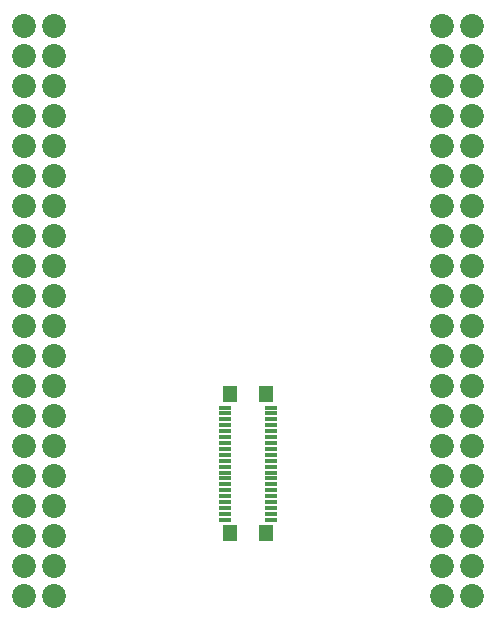
<source format=gbs>
%FSLAX25Y25*%
%MOIN*%
G70*
G01*
G75*
G04 Layer_Color=16711935*
%ADD10C,0.02362*%
%ADD11C,0.01000*%
%ADD12C,0.00787*%
%ADD13C,0.00039*%
%ADD14C,0.07874*%
%ADD15C,0.02165*%
%ADD16R,0.03937X0.01378*%
%ADD17R,0.04724X0.05315*%
%ADD18R,0.08900X0.03500*%
%ADD19C,0.00591*%
%ADD20C,0.01181*%
%ADD21C,0.00394*%
%ADD22C,0.07953*%
%ADD23R,0.04252X0.01693*%
%ADD24R,0.05039X0.05630*%
D22*
X145400Y197000D02*
D03*
Y187000D02*
D03*
Y177000D02*
D03*
Y167000D02*
D03*
Y157000D02*
D03*
Y147000D02*
D03*
Y137000D02*
D03*
Y127000D02*
D03*
Y117000D02*
D03*
Y107000D02*
D03*
Y97000D02*
D03*
Y87000D02*
D03*
Y77000D02*
D03*
Y67000D02*
D03*
Y57000D02*
D03*
Y47000D02*
D03*
Y37000D02*
D03*
Y27000D02*
D03*
Y17000D02*
D03*
Y7000D02*
D03*
X155400D02*
D03*
Y17000D02*
D03*
Y27000D02*
D03*
Y37000D02*
D03*
Y47000D02*
D03*
Y57000D02*
D03*
Y67000D02*
D03*
Y77000D02*
D03*
Y87000D02*
D03*
Y97000D02*
D03*
Y107000D02*
D03*
Y117000D02*
D03*
Y127000D02*
D03*
Y137000D02*
D03*
Y147000D02*
D03*
Y157000D02*
D03*
Y167000D02*
D03*
Y177000D02*
D03*
Y187000D02*
D03*
Y197000D02*
D03*
X6000D02*
D03*
Y187000D02*
D03*
Y177000D02*
D03*
Y167000D02*
D03*
Y157000D02*
D03*
Y147000D02*
D03*
Y137000D02*
D03*
Y127000D02*
D03*
Y117000D02*
D03*
Y107000D02*
D03*
Y97000D02*
D03*
Y87000D02*
D03*
Y77000D02*
D03*
Y67000D02*
D03*
Y57000D02*
D03*
Y47000D02*
D03*
Y37000D02*
D03*
Y27000D02*
D03*
Y17000D02*
D03*
Y7000D02*
D03*
X16000D02*
D03*
Y17000D02*
D03*
Y27000D02*
D03*
Y37000D02*
D03*
Y47000D02*
D03*
Y57000D02*
D03*
Y67000D02*
D03*
Y77000D02*
D03*
Y87000D02*
D03*
Y97000D02*
D03*
Y107000D02*
D03*
Y117000D02*
D03*
Y127000D02*
D03*
Y137000D02*
D03*
Y147000D02*
D03*
Y157000D02*
D03*
Y167000D02*
D03*
Y177000D02*
D03*
Y187000D02*
D03*
Y197000D02*
D03*
D23*
X73020Y34450D02*
D03*
Y32482D02*
D03*
Y36419D02*
D03*
Y38387D02*
D03*
Y40356D02*
D03*
Y42324D02*
D03*
Y44293D02*
D03*
Y46261D02*
D03*
Y48230D02*
D03*
Y50198D02*
D03*
Y52167D02*
D03*
Y54135D02*
D03*
Y56104D02*
D03*
Y58072D02*
D03*
Y60041D02*
D03*
Y62010D02*
D03*
Y63978D02*
D03*
Y65947D02*
D03*
Y67915D02*
D03*
Y69884D02*
D03*
X88571Y69884D02*
D03*
Y67915D02*
D03*
Y65946D02*
D03*
Y63978D02*
D03*
Y62009D02*
D03*
Y60041D02*
D03*
Y58072D02*
D03*
Y56104D02*
D03*
Y54135D02*
D03*
Y52167D02*
D03*
Y50198D02*
D03*
Y48230D02*
D03*
Y46261D02*
D03*
Y44293D02*
D03*
Y42324D02*
D03*
Y40356D02*
D03*
Y38387D02*
D03*
Y36419D02*
D03*
Y34450D02*
D03*
Y32482D02*
D03*
D24*
X86701Y27954D02*
D03*
X74890D02*
D03*
Y74509D02*
D03*
X86701D02*
D03*
M02*

</source>
